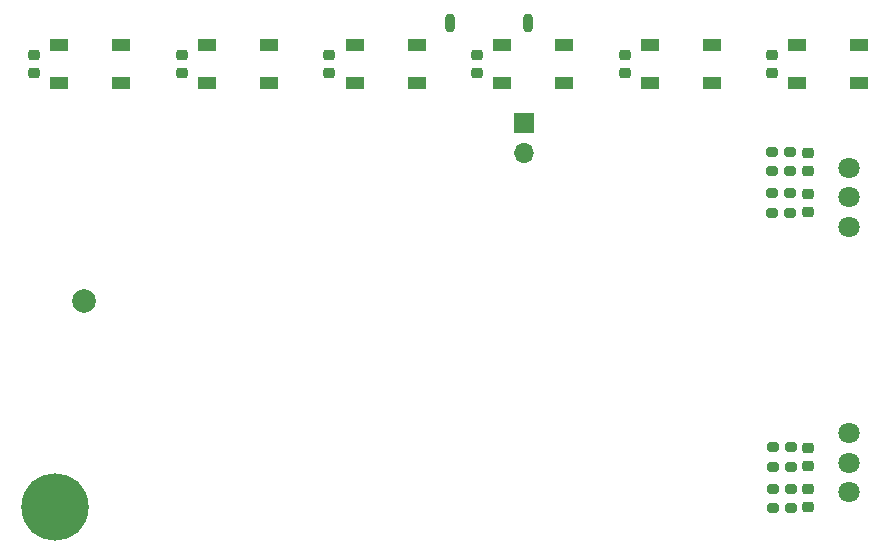
<source format=gbs>
G04 #@! TF.GenerationSoftware,KiCad,Pcbnew,8.0.4*
G04 #@! TF.CreationDate,2024-09-21T08:46:09+10:00*
G04 #@! TF.ProjectId,hsa_r0,6873615f-7230-42e6-9b69-6361645f7063,rev?*
G04 #@! TF.SameCoordinates,Original*
G04 #@! TF.FileFunction,Soldermask,Bot*
G04 #@! TF.FilePolarity,Negative*
%FSLAX46Y46*%
G04 Gerber Fmt 4.6, Leading zero omitted, Abs format (unit mm)*
G04 Created by KiCad (PCBNEW 8.0.4) date 2024-09-21 08:46:09*
%MOMM*%
%LPD*%
G01*
G04 APERTURE LIST*
G04 Aperture macros list*
%AMRoundRect*
0 Rectangle with rounded corners*
0 $1 Rounding radius*
0 $2 $3 $4 $5 $6 $7 $8 $9 X,Y pos of 4 corners*
0 Add a 4 corners polygon primitive as box body*
4,1,4,$2,$3,$4,$5,$6,$7,$8,$9,$2,$3,0*
0 Add four circle primitives for the rounded corners*
1,1,$1+$1,$2,$3*
1,1,$1+$1,$4,$5*
1,1,$1+$1,$6,$7*
1,1,$1+$1,$8,$9*
0 Add four rect primitives between the rounded corners*
20,1,$1+$1,$2,$3,$4,$5,0*
20,1,$1+$1,$4,$5,$6,$7,0*
20,1,$1+$1,$6,$7,$8,$9,0*
20,1,$1+$1,$8,$9,$2,$3,0*%
G04 Aperture macros list end*
%ADD10O,0.900000X1.600000*%
%ADD11C,1.800000*%
%ADD12C,2.000000*%
%ADD13R,1.700000X1.700000*%
%ADD14O,1.700000X1.700000*%
%ADD15C,3.600000*%
%ADD16C,5.700000*%
%ADD17RoundRect,0.200000X-0.275000X0.200000X-0.275000X-0.200000X0.275000X-0.200000X0.275000X0.200000X0*%
%ADD18RoundRect,0.225000X0.250000X-0.225000X0.250000X0.225000X-0.250000X0.225000X-0.250000X-0.225000X0*%
%ADD19R,1.550000X1.000000*%
%ADD20RoundRect,0.225000X-0.250000X0.225000X-0.250000X-0.225000X0.250000X-0.225000X0.250000X0.225000X0*%
%ADD21RoundRect,0.200000X0.275000X-0.200000X0.275000X0.200000X-0.275000X0.200000X-0.275000X-0.200000X0*%
G04 APERTURE END LIST*
D10*
X175050000Y-44000000D03*
X168450000Y-44000000D03*
D11*
X202250000Y-83750000D03*
X202250000Y-78750000D03*
X202250000Y-81250000D03*
D12*
X137500000Y-67575000D03*
D13*
X174750000Y-52475000D03*
D14*
X174750000Y-55015000D03*
D15*
X135000000Y-85000000D03*
D16*
X135000000Y-85000000D03*
D11*
X202250000Y-61250000D03*
X202250000Y-56250000D03*
X202250000Y-58750000D03*
D17*
X197250000Y-58425000D03*
X197250000Y-60075000D03*
D18*
X198800000Y-81525000D03*
X198800000Y-79975000D03*
X195750000Y-48275000D03*
X195750000Y-46725000D03*
D19*
X197875000Y-49100000D03*
X197875000Y-45900000D03*
X203125000Y-49100000D03*
X203125000Y-45900000D03*
D20*
X198800000Y-83475000D03*
X198800000Y-85025000D03*
D19*
X147875000Y-49100000D03*
X147875000Y-45900000D03*
X153125000Y-49100000D03*
X153125000Y-45900000D03*
X160375000Y-49100000D03*
X160375000Y-45900000D03*
X165625000Y-49100000D03*
X165625000Y-45900000D03*
D21*
X197250000Y-56575000D03*
X197250000Y-54925000D03*
D19*
X185375000Y-49100000D03*
X185375000Y-45900000D03*
X190625000Y-49100000D03*
X190625000Y-45900000D03*
D18*
X145750000Y-48275000D03*
X145750000Y-46725000D03*
D21*
X195750000Y-60075000D03*
X195750000Y-58425000D03*
D17*
X195800000Y-79925000D03*
X195800000Y-81575000D03*
D19*
X135375000Y-49100000D03*
X135375000Y-45900000D03*
X140625000Y-49100000D03*
X140625000Y-45900000D03*
D18*
X183250000Y-48275000D03*
X183250000Y-46725000D03*
D17*
X195750000Y-54925000D03*
X195750000Y-56575000D03*
D18*
X158250000Y-48275000D03*
X158250000Y-46725000D03*
D21*
X197300000Y-81575000D03*
X197300000Y-79925000D03*
D18*
X198750000Y-56525000D03*
X198750000Y-54975000D03*
D21*
X195800000Y-85075000D03*
X195800000Y-83425000D03*
D17*
X197300000Y-83425000D03*
X197300000Y-85075000D03*
D18*
X133250000Y-48275000D03*
X133250000Y-46725000D03*
D19*
X172875000Y-49100000D03*
X172875000Y-45900000D03*
X178125000Y-49100000D03*
X178125000Y-45900000D03*
D18*
X170750000Y-48275000D03*
X170750000Y-46725000D03*
D20*
X198750000Y-58475000D03*
X198750000Y-60025000D03*
M02*

</source>
